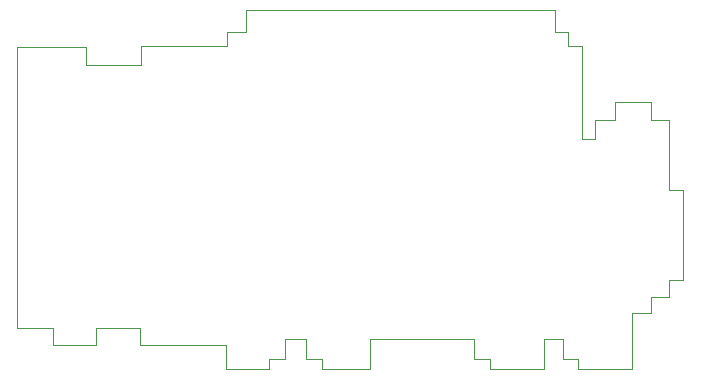
<source format=gbr>
G04 #@! TF.GenerationSoftware,KiCad,Pcbnew,(5.1.2)-1*
G04 #@! TF.CreationDate,2019-10-01T23:28:24-05:00*
G04 #@! TF.ProjectId,nyan,6e79616e-2e6b-4696-9361-645f70636258,rev?*
G04 #@! TF.SameCoordinates,Original*
G04 #@! TF.FileFunction,Profile,NP*
%FSLAX46Y46*%
G04 Gerber Fmt 4.6, Leading zero omitted, Abs format (unit mm)*
G04 Created by KiCad (PCBNEW (5.1.2)-1) date 2019-10-01 23:28:24*
%MOMM*%
%LPD*%
G04 APERTURE LIST*
%ADD10C,0.100000*%
G04 APERTURE END LIST*
D10*
X149040922Y-55415645D02*
X137098212Y-55415645D01*
X163210595Y-55415645D02*
X149040922Y-55415645D01*
X163210595Y-57258943D02*
X163210595Y-55415645D01*
X164310269Y-57258943D02*
X163210595Y-57258943D01*
X164310269Y-58522950D02*
X164310269Y-57258943D01*
X165521102Y-58522950D02*
X164310269Y-58522950D01*
X165521102Y-62718058D02*
X165521102Y-58522950D01*
X165521102Y-66358661D02*
X165521102Y-62718058D01*
X166617162Y-66355061D02*
X165521102Y-66358661D01*
X166617162Y-64776864D02*
X166617162Y-66355061D01*
X168318352Y-64776864D02*
X166617162Y-64776864D01*
X168318352Y-63249308D02*
X168318352Y-64776864D01*
X171327982Y-63249308D02*
X168318352Y-63249308D01*
X171327982Y-64776864D02*
X171327982Y-63249308D01*
X172872592Y-64776864D02*
X171327982Y-64776864D01*
X172872592Y-70673103D02*
X172872592Y-64776864D01*
X174107142Y-70673103D02*
X172872592Y-70673103D01*
X174107142Y-78309827D02*
X174107142Y-70673103D01*
X172872592Y-78309827D02*
X174107142Y-78309827D01*
X172872592Y-79698374D02*
X172872592Y-78309827D01*
X171394142Y-79698374D02*
X172872592Y-79698374D01*
X171394142Y-81128261D02*
X171394142Y-79698374D01*
X169775122Y-81128261D02*
X171394142Y-81128261D01*
X169775122Y-83188601D02*
X169775122Y-81128261D01*
X169775122Y-85862293D02*
X169775122Y-83188601D01*
X167487922Y-85862293D02*
X169775122Y-85862293D01*
X165210158Y-85862293D02*
X167487922Y-85862293D01*
X165210158Y-84972106D02*
X165210158Y-85862293D01*
X163915917Y-84972106D02*
X165210158Y-84972106D01*
X163915917Y-83278472D02*
X163915917Y-84972106D01*
X162276877Y-83278472D02*
X163915917Y-83278472D01*
X162276877Y-85862293D02*
X162276877Y-83278472D01*
X160120937Y-85862293D02*
X162276877Y-85862293D01*
X157691531Y-85862293D02*
X160120937Y-85862293D01*
X157691531Y-84972106D02*
X157691531Y-85862293D01*
X156414047Y-84972106D02*
X157691531Y-84972106D01*
X156414047Y-83278472D02*
X156414047Y-84972106D01*
X147560455Y-83278472D02*
X156414047Y-83278472D01*
X147560455Y-84475819D02*
X147560455Y-83278472D01*
X147560455Y-85862293D02*
X147560455Y-84475819D01*
X144128625Y-85862293D02*
X147560455Y-85862293D01*
X143523115Y-85862293D02*
X144128625Y-85862293D01*
X143523115Y-84972106D02*
X143523115Y-85862293D01*
X142186485Y-84972106D02*
X143523115Y-84972106D01*
X142186485Y-83278472D02*
X142186485Y-84972106D01*
X140399145Y-83278472D02*
X142186485Y-83278472D01*
X140399145Y-84972106D02*
X140399145Y-83278472D01*
X139042775Y-84972106D02*
X140399145Y-84972106D01*
X139042775Y-85862293D02*
X139042775Y-84972106D01*
X135345825Y-85862293D02*
X139042775Y-85862293D01*
X135345825Y-83835032D02*
X135345825Y-85862293D01*
X134522105Y-83835032D02*
X135345825Y-83835032D01*
X134522105Y-83836132D02*
X134522105Y-83835032D01*
X128079085Y-83836132D02*
X134522105Y-83836132D01*
X128079085Y-82396428D02*
X128079085Y-83836132D01*
X124338235Y-82396428D02*
X128079085Y-82396428D01*
X124338235Y-83836132D02*
X124338235Y-82396428D01*
X120749305Y-83836132D02*
X124338235Y-83836132D01*
X120749305Y-82396428D02*
X120749305Y-83836132D01*
X117706140Y-82395060D02*
X120749305Y-82396428D01*
X117716300Y-58592720D02*
X117706140Y-82395060D01*
X120850595Y-58593228D02*
X117716300Y-58592720D01*
X123506245Y-58593228D02*
X120850595Y-58593228D01*
X123506245Y-60076342D02*
X123506245Y-58593228D01*
X128180375Y-60076342D02*
X123506245Y-60076342D01*
X128180375Y-58522950D02*
X128180375Y-60076342D01*
X132986365Y-58522950D02*
X128180375Y-58522950D01*
X134623395Y-58522950D02*
X132986365Y-58522950D01*
X135494168Y-58522950D02*
X134623395Y-58522950D01*
X135494168Y-57258943D02*
X135494168Y-58522950D01*
X137098212Y-57258943D02*
X135494168Y-57258943D01*
X137098212Y-55415645D02*
X137098212Y-57258943D01*
M02*

</source>
